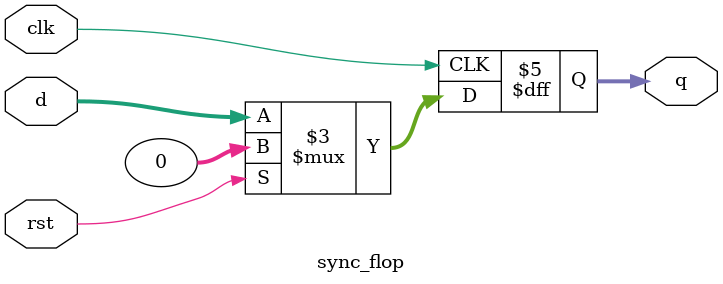
<source format=sv>
module sync_flop #(parameter N=32)(clk,d,q,rst);
		input logic clk;
		input logic rst;
		input logic [N-1:0] d;
		output logic [N-1:0] q;
		always_ff@(posedge clk)
		begin 
			if (rst)
				q<=32'h00000000;
			else 
			q<=d;
		end
		endmodule
</source>
